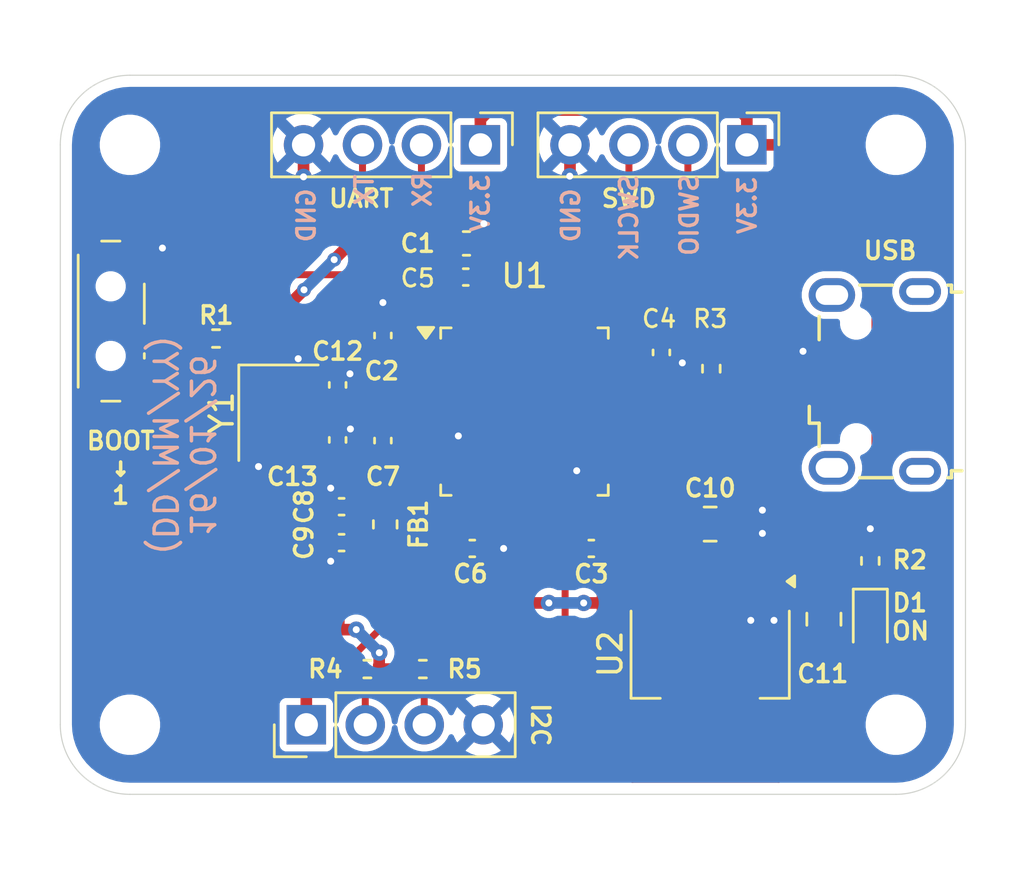
<source format=kicad_pcb>
(kicad_pcb (version 20241229) (generator "pcbnew") (generator_version "9.0")
  (layers (0 "F.Cu" signal) (2 "B.Cu" power) (13 "F.Paste" user) (15 "B.Paste" user) (5 "F.SilkS" user "F.Silkscreen") (7 "B.SilkS" user "B.Silkscreen") (1 "F.Mask" user) (3 "B.Mask" user) (25 "Edge.Cuts" user))
  (net 0 "")
  (net 1 "GND")
  (net 2 "+3.3V")
  (net 3 "/NRST")
  (net 4 "+3.3VA")
  (net 5 "VBUS")
  (net 6 "/HSE_OUT")
  (net 7 "/HSE_IN")
  (net 8 "/PWR_LED_K")
  (net 9 "/USB_D+")
  (net 10 "/USB_D-")
  (net 13 "/SWDIO")
  (net 14 "/SWCLK")
  (net 15 "/I2C_SDA")
  (net 16 "/I2C_SCL")
  (net 17 "/USART1_TX")
  (net 18 "/USART1_RX")
  (net 19 "/SW_BOOT0")
  (net 20 "/BOOT0")
  (footprint "MountingHole:MountingHole_2.2mm_M2" (layer "F.Cu") (at 203 105)
    (property "Reference" "H3")
    (property "Value" "MountingHole")
    (pad "" np_thru_hole circle (at 0 0) (size 2.2 2.2) (drill 2.2) (layers "*.Cu" "*.Mask"))
  )
  (footprint "Capacitor_SMD:C_0402_1005Metric" (layer "F.Cu") (at 179.12 95.6 180)
    (property "Reference" "C8" (at 1.62 0 90) (layer "F.SilkS") (effects (font (size 0.75 0.75))))
    (property "Value" "1u")
    (pad "1" smd roundrect (at -0.48 0 180) (size 0.56 0.62) (layers "F.Cu" "F.Mask" "F.Paste") (net 4 "+3.3VA"))
    (pad "2" smd roundrect (at 0.48 0 180) (size 0.56 0.62) (layers "F.Cu" "F.Mask" "F.Paste") (net 1 "GND"))
  )
  (footprint "Capacitor_SMD:C_0402_1005Metric" (layer "F.Cu") (at 178.95 92.72 90)
    (property "Reference" "C13" (at -1.58 -1.95 180) (layer "F.SilkS") (effects (font (size 0.75 0.75))))
    (property "Value" "10p")
    (pad "1" smd roundrect (at -0.48 0 90) (size 0.56 0.62) (layers "F.Cu" "F.Mask" "F.Paste") (net 6 "/HSE_OUT"))
    (pad "2" smd roundrect (at 0.48 0 90) (size 0.56 0.62) (layers "F.Cu" "F.Mask" "F.Paste") (net 1 "GND"))
  )
  (footprint "Resistor_SMD:R_0402_1005Metric" (layer "F.Cu") (at 201.9 97.9375 -90)
    (property "Reference" "R2" (at -0.0375 -1.7 180) (layer "F.SilkS") (effects (font (size 0.75 0.75))))
    (property "Value" "1k5")
    (pad "1" smd roundrect (at -0.509999 0 270) (size 0.54 0.64) (layers "F.Cu" "F.Mask" "F.Paste") (net 1 "GND"))
    (pad "2" smd roundrect (at 0.509999 0 270) (size 0.54 0.64) (layers "F.Cu" "F.Mask" "F.Paste") (net 8 "/PWR_LED_K"))
  )
  (footprint "Capacitor_SMD:C_0402_1005Metric" (layer "F.Cu") (at 184.75 97.4 180)
    (property "Reference" "C6" (at 0.08 -1.09 0) (layer "F.SilkS") (effects (font (size 0.75 0.75))))
    (property "Value" "100n")
    (pad "1" smd roundrect (at -0.48 0 180) (size 0.56 0.62) (layers "F.Cu" "F.Mask" "F.Paste") (net 1 "GND"))
    (pad "2" smd roundrect (at 0.48 0 180) (size 0.56 0.62) (layers "F.Cu" "F.Mask" "F.Paste") (net 3 "/NRST"))
  )
  (footprint "Capacitor_SMD:C_0805_2012Metric" (layer "F.Cu") (at 195 96.349999)
    (property "Reference" "C10" (at 0 -1.549999 180) (layer "F.SilkS") (effects (font (size 0.75 0.75))))
    (property "Value" "22u")
    (pad "1" smd roundrect (at -0.949999 0) (size 1 1.45) (layers "F.Cu" "F.Mask" "F.Paste") (net 5 "VBUS"))
    (pad "2" smd roundrect (at 0.949999 0) (size 1 1.45) (layers "F.Cu" "F.Mask" "F.Paste") (net 1 "GND"))
  )
  (footprint "Capacitor_SMD:C_0402_1005Metric" (layer "F.Cu") (at 179.12 97.15 180)
    (property "Reference" "C9" (at 1.62 0 90) (layer "F.SilkS") (effects (font (size 0.75 0.75))))
    (property "Value" "1u")
    (pad "1" smd roundrect (at -0.48 0 180) (size 0.56 0.62) (layers "F.Cu" "F.Mask" "F.Paste") (net 2 "+3.3V"))
    (pad "2" smd roundrect (at 0.48 0 180) (size 0.56 0.62) (layers "F.Cu" "F.Mask" "F.Paste") (net 1 "GND"))
  )
  (footprint "MountingHole:MountingHole_2.2mm_M2" (layer "F.Cu") (at 203 80)
    (property "Reference" "H2")
    (property "Value" "MountingHole")
    (pad "" np_thru_hole circle (at 0 0) (size 2.2 2.2) (drill 2.2) (layers "*.Cu" "*.Mask"))
  )
  (footprint "Capacitor_SMD:C_0805_2012Metric" (layer "F.Cu") (at 199.9 100.449999 90)
    (property "Reference" "C11" (at -2.350001 -0.05 0) (layer "F.SilkS") (effects (font (size 0.75 0.75))))
    (property "Value" "22u")
    (pad "1" smd roundrect (at -0.949999 0 90) (size 1 1.45) (layers "F.Cu" "F.Mask" "F.Paste") (net 2 "+3.3V"))
    (pad "2" smd roundrect (at 0.949999 0 90) (size 1 1.45) (layers "F.Cu" "F.Mask" "F.Paste") (net 1 "GND"))
  )
  (footprint "Connector_PinHeader_2.54mm:PinHeader_1x04_P2.54mm_Vertical" (layer "F.Cu") (at 177.6 105 90)
    (property "Reference" "J3")
    (property "Value" "Conn_01x04_Pin")
    (pad "1" thru_hole rect (at 0 0 90) (size 1.7 1.7) (drill 1) (layers "*.Cu" "*.Mask") (net 2 "+3.3V"))
    (pad "2" thru_hole circle (at 0 2.54 90) (size 1.7 1.7) (drill 1) (layers "*.Cu" "*.Mask") (net 16 "/I2C_SCL"))
    (pad "3" thru_hole circle (at 0 5.079999 90) (size 1.7 1.7) (drill 1) (layers "*.Cu" "*.Mask") (net 15 "/I2C_SDA"))
    (pad "4" thru_hole circle (at 0 7.62 90) (size 1.7 1.7) (drill 1) (layers "*.Cu" "*.Mask") (net 1 "GND"))
  )
  (footprint "Package_QFP:LQFP-48_7x7mm_P0.5mm" (layer "F.Cu") (at 187 91.5)
    (property "Reference" "U1" (at 0 -5.85 0) (layer "F.SilkS"))
    (property "Value" "STM32F103C8T6")
    (pad "1" smd roundrect (at -4.1625 -2.75) (size 1.475 0.3) (layers "F.Cu" "F.Mask" "F.Paste") (net 2 "+3.3V"))
    (pad "2" smd roundrect (at -4.1625 -2.25) (size 1.475 0.3) (layers "F.Cu" "F.Mask" "F.Paste"))
    (pad "3" smd roundrect (at -4.1625 -1.75) (size 1.475 0.3) (layers "F.Cu" "F.Mask" "F.Paste"))
    (pad "4" smd roundrect (at -4.1625 -1.25) (size 1.475 0.3) (layers "F.Cu" "F.Mask" "F.Paste"))
    (pad "5" smd roundrect (at -4.1625 -0.75) (size 1.475 0.3) (layers "F.Cu" "F.Mask" "F.Paste") (net 7 "/HSE_IN"))
    (pad "6" smd roundrect (at -4.1625 -0.25) (size 1.475 0.3) (layers "F.Cu" "F.Mask" "F.Paste") (net 6 "/HSE_OUT"))
    (pad "7" smd roundrect (at -4.1625 0.25) (size 1.475 0.3) (layers "F.Cu" "F.Mask" "F.Paste") (net 3 "/NRST"))
    (pad "8" smd roundrect (at -4.1625 0.75) (size 1.475 0.3) (layers "F.Cu" "F.Mask" "F.Paste") (net 1 "GND"))
    (pad "9" smd roundrect (at -4.1625 1.25) (size 1.475 0.3) (layers "F.Cu" "F.Mask" "F.Paste") (net 4 "+3.3VA"))
    (pad "10" smd roundrect (at -4.1625 1.75) (size 1.475 0.3) (layers "F.Cu" "F.Mask" "F.Paste"))
    (pad "11" smd roundrect (at -4.1625 2.25) (size 1.475 0.3) (layers "F.Cu" "F.Mask" "F.Paste"))
    (pad "12" smd roundrect (at -4.1625 2.75) (size 1.475 0.3) (layers "F.Cu" "F.Mask" "F.Paste"))
    (pad "13" smd roundrect (at -2.75 4.1625) (size 0.3 1.475) (layers "F.Cu" "F.Mask" "F.Paste"))
    (pad "14" smd roundrect (at -2.25 4.1625) (size 0.3 1.475) (layers "F.Cu" "F.Mask" "F.Paste"))
    (pad "15" smd roundrect (at -1.75 4.1625) (size 0.3 1.475) (layers "F.Cu" "F.Mask" "F.Paste"))
    (pad "16" smd roundrect (at -1.25 4.1625) (size 0.3 1.475) (layers "F.Cu" "F.Mask" "F.Paste"))
    (pad "17" smd roundrect (at -0.75 4.1625) (size 0.3 1.475) (layers "F.Cu" "F.Mask" "F.Paste"))
    (pad "18" smd roundrect (at -0.25 4.1625) (size 0.3 1.475) (layers "F.Cu" "F.Mask" "F.Paste"))
    (pad "19" smd roundrect (at 0.25 4.1625) (size 0.3 1.475) (layers "F.Cu" "F.Mask" "F.Paste"))
    (pad "20" smd roundrect (at 0.75 4.1625) (size 0.3 1.475) (layers "F.Cu" "F.Mask" "F.Paste"))
    (pad "21" smd roundrect (at 1.25 4.1625) (size 0.3 1.475) (layers "F.Cu" "F.Mask" "F.Paste") (net 16 "/I2C_SCL"))
    (pad "22" smd roundrect (at 1.75 4.1625) (size 0.3 1.475) (layers "F.Cu" "F.Mask" "F.Paste") (net 15 "/I2C_SDA"))
    (pad "23" smd roundrect (at 2.25 4.1625) (size 0.3 1.475) (layers "F.Cu" "F.Mask" "F.Paste") (net 1 "GND"))
    (pad "24" smd roundrect (at 2.75 4.1625) (size 0.3 1.475) (layers "F.Cu" "F.Mask" "F.Paste") (net 2 "+3.3V"))
    (pad "25" smd roundrect (at 4.1625 2.75) (size 1.475 0.3) (layers "F.Cu" "F.Mask" "F.Paste"))
    (pad "26" smd roundrect (at 4.1625 2.25) (size 1.475 0.3) (layers "F.Cu" "F.Mask" "F.Paste"))
    (pad "27" smd roundrect (at 4.1625 1.75) (size 1.475 0.3) (layers "F.Cu" "F.Mask" "F.Paste"))
    (pad "28" smd roundrect (at 4.1625 1.25) (size 1.475 0.3) (layers "F.Cu" "F.Mask" "F.Paste"))
    (pad "29" smd roundrect (at 4.1625 0.75) (size 1.475 0.3) (layers "F.Cu" "F.Mask" "F.Paste"))
    (pad "30" smd roundrect (at 4.1625 0.25) (size 1.475 0.3) (layers "F.Cu" "F.Mask" "F.Paste"))
    (pad "31" smd roundrect (at 4.1625 -0.25) (size 1.475 0.3) (layers "F.Cu" "F.Mask" "F.Paste"))
    (pad "32" smd roundrect (at 4.1625 -0.75) (size 1.475 0.3) (layers "F.Cu" "F.Mask" "F.Paste") (net 10 "/USB_D-"))
    (pad "33" smd roundrect (at 4.1625 -1.25) (size 1.475 0.3) (layers "F.Cu" "F.Mask" "F.Paste") (net 9 "/USB_D+"))
    (pad "34" smd roundrect (at 4.1625 -1.75) (size 1.475 0.3) (layers "F.Cu" "F.Mask" "F.Paste") (net 13 "/SWDIO"))
    (pad "35" smd roundrect (at 4.1625 -2.25) (size 1.475 0.3) (layers "F.Cu" "F.Mask" "F.Paste") (net 1 "GND"))
    (pad "36" smd roundrect (at 4.1625 -2.75) (size 1.475 0.3) (layers "F.Cu" "F.Mask" "F.Paste") (net 2 "+3.3V"))
    (pad "37" smd roundrect (at 2.75 -4.1625) (size 0.3 1.475) (layers "F.Cu" "F.Mask" "F.Paste") (net 14 "/SWCLK"))
    (pad "38" smd roundrect (at 2.25 -4.1625) (size 0.3 1.475) (layers "F.Cu" "F.Mask" "F.Paste"))
    (pad "39" smd roundrect (at 1.75 -4.1625) (size 0.3 1.475) (layers "F.Cu" "F.Mask" "F.Paste"))
    (pad "40" smd roundrect (at 1.25 -4.1625) (size 0.3 1.475) (layers "F.Cu" "F.Mask" "F.Paste"))
    (pad "41" smd roundrect (at 0.75 -4.1625) (size 0.3 1.475) (layers "F.Cu" "F.Mask" "F.Paste"))
    (pad "42" smd roundrect (at 0.25 -4.1625) (size 0.3 1.475) (layers "F.Cu" "F.Mask" "F.Paste"))
    (pad "43" smd roundrect (at -0.25 -4.1625) (size 0.3 1.475) (layers "F.Cu" "F.Mask" "F.Paste") (net 18 "/USART1_RX"))
    (pad "44" smd roundrect (at -0.75 -4.1625) (size 0.3 1.475) (layers "F.Cu" "F.Mask" "F.Paste") (net 20 "/BOOT0"))
    (pad "45" smd roundrect (at -1.25 -4.1625) (size 0.3 1.475) (layers "F.Cu" "F.Mask" "F.Paste") (net 17 "/USART1_TX"))
    (pad "46" smd roundrect (at -1.75 -4.1625) (size 0.3 1.475) (layers "F.Cu" "F.Mask" "F.Paste"))
    (pad "47" smd roundrect (at -2.25 -4.1625) (size 0.3 1.475) (layers "F.Cu" "F.Mask" "F.Paste") (net 1 "GND"))
    (pad "48" smd roundrect (at -2.75 -4.1625) (size 0.3 1.475) (layers "F.Cu" "F.Mask" "F.Paste") (net 2 "+3.3V"))
  )
  (footprint "Capacitor_SMD:C_0402_1005Metric" (layer "F.Cu") (at 192.9 88.95 -90)
    (property "Reference" "C4" (at -1.45 0.1 180) (layer "F.SilkS") (effects (font (size 0.75 0.75) (thickness 0.125))))
    (property "Value" "100n")
    (pad "1" smd roundrect (at -0.48 0 270) (size 0.56 0.62) (layers "F.Cu" "F.Mask" "F.Paste") (net 2 "+3.3V"))
    (pad "2" smd roundrect (at 0.48 0 270) (size 0.56 0.62) (layers "F.Cu" "F.Mask" "F.Paste") (net 1 "GND"))
  )
  (footprint "MountingHole:MountingHole_2.2mm_M2" (layer "F.Cu") (at 170 80)
    (property "Reference" "H1")
    (property "Value" "MountingHole")
    (pad "" np_thru_hole circle (at 0 0) (size 2.2 2.2) (drill 2.2) (layers "*.Cu" "*.Mask"))
  )
  (footprint "Resistor_SMD:R_0402_1005Metric" (layer "F.Cu") (at 180.230002 102.6)
    (property "Reference" "R4" (at -1.81 0 0) (layer "F.SilkS") (effects (font (size 0.75 0.75))))
    (property "Value" "1k5")
    (pad "1" smd roundrect (at -0.509999 0) (size 0.54 0.64) (layers "F.Cu" "F.Mask" "F.Paste") (net 16 "/I2C_SCL"))
    (pad "2" smd roundrect (at 0.509999 0) (size 0.54 0.64) (layers "F.Cu" "F.Mask" "F.Paste") (net 2 "+3.3V"))
  )
  (footprint "Resistor_SMD:R_0402_1005Metric" (layer "F.Cu") (at 182.620002 102.6 180)
    (property "Reference" "R5" (at -1.8 0 0) (layer "F.SilkS") (effects (font (size 0.75 0.75))))
    (property "Value" "1k5")
    (pad "1" smd roundrect (at -0.509999 0 180) (size 0.54 0.64) (layers "F.Cu" "F.Mask" "F.Paste") (net 15 "/I2C_SDA"))
    (pad "2" smd roundrect (at 0.509999 0 180) (size 0.54 0.64) (layers "F.Cu" "F.Mask" "F.Paste") (net 2 "+3.3V"))
  )
  (footprint "Capacitor_SMD:C_0402_1005Metric" (layer "F.Cu") (at 184.47 85.7)
    (property "Reference" "C5" (at -2.07 0.05 180) (layer "F.SilkS") (effects (font (size 0.75 0.75) (thickness 0.125))))
    (property "Value" "100n")
    (pad "1" smd roundrect (at -0.48 0) (size 0.56 0.62) (layers "F.Cu" "F.Mask" "F.Paste") (net 2 "+3.3V"))
    (pad "2" smd roundrect (at 0.48 0) (size 0.56 0.62) (layers "F.Cu" "F.Mask" "F.Paste") (net 1 "GND"))
  )
  (footprint "Button_Switch_SMD:SW_SPDT_PCM12" (layer "F.Cu") (at 169.5 87.6 -90)
    (property "Reference" "SW1")
    (property "Value" "SW_SPDT")
    (pad "" smd rect (at -3.65 -0.78 270) (size 1 0.8) (layers "F.Cu" "F.Mask" "F.Paste"))
    (pad "" smd rect (at -3.65 1.43 270) (size 1 0.8) (layers "F.Cu" "F.Mask" "F.Paste"))
    (pad "" np_thru_hole circle (at -1.5 0.33 270) (size 0.9 0.9) (drill 0.9) (layers "*.Cu" "*.Mask"))
    (pad "" np_thru_hole circle (at 1.5 0.33 270) (size 0.9 0.9) (drill 0.9) (layers "*.Cu" "*.Mask"))
    (pad "" smd rect (at 3.65 -0.78 270) (size 1 0.8) (layers "F.Cu" "F.Mask" "F.Paste"))
    (pad "" smd rect (at 3.65 1.43 270) (size 1 0.8) (layers "F.Cu" "F.Mask" "F.Paste"))
    (pad "1" smd rect (at -2.25 -1.43 270) (size 0.7 1.5) (layers "F.Cu" "F.Mask" "F.Paste") (net 1 "GND"))
    (pad "2" smd rect (at 0.75 -1.43 270) (size 0.7 1.5) (layers "F.Cu" "F.Mask" "F.Paste") (net 19 "/SW_BOOT0"))
    (pad "3" smd rect (at 2.25 -1.43 270) (size 0.7 1.5) (layers "F.Cu" "F.Mask" "F.Paste") (net 2 "+3.3V"))
  )
  (footprint "Connector_PinHeader_2.54mm:PinHeader_1x04_P2.54mm_Vertical" (layer "F.Cu") (at 196.579999 80 -90)
    (property "Reference" "J2")
    (property "Value" "Conn_01x04_Pin")
    (pad "1" thru_hole rect (at 0 0 270) (size 1.7 1.7) (drill 1) (layers "*.Cu" "*.Mask") (net 2 "+3.3V"))
    (pad "2" thru_hole circle (at 0 2.54 270) (size 1.7 1.7) (drill 1) (layers "*.Cu" "*.Mask") (net 13 "/SWDIO"))
    (pad "3" thru_hole circle (at 0 5.079999 270) (size 1.7 1.7) (drill 1) (layers "*.Cu" "*.Mask") (net 14 "/SWCLK"))
    (pad "4" thru_hole circle (at 0 7.62 270) (size 1.7 1.7) (drill 1) (layers "*.Cu" "*.Mask") (net 1 "GND"))
  )
  (footprint "Resistor_SMD:R_0402_1005Metric" (layer "F.Cu") (at 195.05 89.65 90)
    (property "Reference" "R3" (at 2.15 -0.05 180) (layer "F.SilkS") (effects (font (size 0.75 0.75) (thickness 0.125))))
    (property "Value" "1k5")
    (pad "1" smd roundrect (at -0.509999 0 90) (size 0.54 0.64) (layers "F.Cu" "F.Mask" "F.Paste") (net 9 "/USB_D+"))
    (pad "2" smd roundrect (at 0.509999 0 90) (size 0.54 0.64) (layers "F.Cu" "F.Mask" "F.Paste") (net 2 "+3.3V"))
  )
  (footprint "Capacitor_SMD:C_0402_1005Metric" (layer "F.Cu") (at 189.88 97.4 180)
    (property "Reference" "C3" (at 0 -1.1 0) (layer "F.SilkS") (effects (font (size 0.75 0.75))))
    (property "Value" "100n")
    (pad "1" smd roundrect (at -0.48 0 180) (size 0.56 0.62) (layers "F.Cu" "F.Mask" "F.Paste") (net 2 "+3.3V"))
    (pad "2" smd roundrect (at 0.48 0 180) (size 0.56 0.62) (layers "F.Cu" "F.Mask" "F.Paste") (net 1 "GND"))
  )
  (footprint "Capacitor_SMD:C_0402_1005Metric" (layer "F.Cu") (at 180.9 92.75 90)
    (property "Reference" "C7" (at -1.55 0 180) (layer "F.SilkS") (effects (font (size 0.75 0.75))))
    (property "Value" "10n")
    (pad "1" smd roundrect (at -0.48 0 90) (size 0.56 0.62) (layers "F.Cu" "F.Mask" "F.Paste") (net 4 "+3.3VA"))
    (pad "2" smd roundrect (at 0.48 0 90) (size 0.56 0.62) (layers "F.Cu" "F.Mask" "F.Paste") (net 1 "GND"))
  )
  (footprint "MountingHole:MountingHole_2.2mm_M2" (layer "F.Cu") (at 170 105)
    (property "Reference" "H4")
    (property "Value" "MountingHole")
    (pad "" np_thru_hole circle (at 0 0) (size 2.2 2.2) (drill 2.2) (layers "*.Cu" "*.Mask"))
  )
  (footprint "Inductor_SMD:L_0603_1608Metric" (layer "F.Cu") (at 181 96.362499 -90)
    (property "Reference" "FB1" (at 0 -1.43 90) (layer "F.SilkS") (effects (font (size 0.75 0.75))))
    (property "Value" "120R@100MHz")
    (pad "1" smd roundrect (at -0.787501 0 270) (size 0.875 0.95) (layers "F.Cu" "F.Mask" "F.Paste") (net 4 "+3.3VA"))
    (pad "2" smd roundrect (at 0.787501 0 270) (size 0.875 0.95) (layers "F.Cu" "F.Mask" "F.Paste") (net 2 "+3.3V"))
  )
  (footprint "Capacitor_SMD:C_0603_1608Metric" (layer "F.Cu") (at 184.5 84.25)
    (property "Reference" "C1" (at -2.1 0 180) (layer "F.SilkS") (effects (font (size 0.75 0.75))))
    (property "Value" "10u")
    (pad "1" smd roundrect (at -0.775 0) (size 0.9 0.95) (layers "F.Cu" "F.Mask" "F.Paste") (net 2 "+3.3V"))
    (pad "2" smd roundrect (at 0.775 0) (size 0.9 0.95) (layers "F.Cu" "F.Mask" "F.Paste") (net 1 "GND"))
  )
  (footprint "Resistor_SMD:R_0402_1005Metric" (layer "F.Cu") (at 173.71 88.35)
    (property "Reference" "R1" (at 0.01 -1 0) (layer "F.SilkS") (effects (font (size 0.75 0.75))))
    (property "Value" "10k")
    (pad "1" smd roundrect (at -0.51 0) (size 0.54 0.64) (layers "F.Cu" "F.Mask" "F.Paste") (net 19 "/SW_BOOT0"))
    (pad "2" smd roundrect (at 0.51 0) (size 0.54 0.64) (layers "F.Cu" "F.Mask" "F.Paste") (net 20 "/BOOT0"))
  )
  (footprint "Capacitor_SMD:C_0402_1005Metric" (layer "F.Cu") (at 180.9 88.22 90)
    (property "Reference" "C2" (at -1.53 -0.05 180) (layer "F.SilkS") (effects (font (size 0.75 0.75))))
    (property "Value" "100n")
    (pad "1" smd roundrect (at -0.48 0 90) (size 0.56 0.62) (layers "F.Cu" "F.Mask" "F.Paste") (net 2 "+3.3V"))
    (pad "2" smd roundrect (at 0.48 0 90) (size 0.56 0.62) (layers "F.Cu" "F.Mask" "F.Paste") (net 1 "GND"))
  )
  (footprint "Connector_PinHeader_2.54mm:PinHeader_1x04_P2.54mm_Vertical" (layer "F.Cu") (at 185.1 80 -90)
    (property "Reference" "J4")
    (property "Value" "Conn_01x04_Pin")
    (pad "1" thru_hole rect (at 0 0 270) (size 1.7 1.7) (drill 1) (layers "*.Cu" "*.Mask") (net 2 "+3.3V"))
    (pad "2" thru_hole circle (at 0 2.54 270) (size 1.7 1.7) (drill 1) (layers "*.Cu" "*.Mask") (net 18 "/USART1_RX"))
    (pad "3" thru_hole circle (at 0 5.079999 270) (size 1.7 1.7) (drill 1) (layers "*.Cu" "*.Mask") (net 17 "/USART1_TX"))
    (pad "4" thru_hole circle (at 0 7.62 270) (size 1.7 1.7) (drill 1) (layers "*.Cu" "*.Mask") (net 1 "GND"))
  )
  (footprint "Package_TO_SOT_SMD:SOT-223-3_TabPin2" (layer "F.Cu") (at 195 101.949999 -90)
    (property "Reference" "U2" (at 0 4.3 90) (layer "F.SilkS"))
    (property "Value" "AMS1117-3.3")
    (pad "1" smd roundrect (at -3.15 -2.3 270) (size 2 1.5) (layers "F.Cu" "F.Mask" "F.Paste") (net 1 "GND"))
    (pad "2" smd roundrect (at -3.15 0 270) (size 2 1.5) (layers "F.Cu" "F.Mask" "F.Paste") (net 2 "+3.3V"))
    (pad "2" smd roundrect (at 3.15 0 270) (size 2 3.8) (layers "F.Cu" "F.Mask" "F.Paste") (net 2 "+3.3V"))
    (pad "3" smd roundrect (at -3.15 2.3 270) (size 2 1.5) (layers "F.Cu" "F.Mask" "F.Paste") (net 5 "VBUS"))
  )
  (footprint "LED_SMD:LED_0603_1608Metric" (layer "F.Cu") (at 201.9 100.6375 -90)
    (property "Reference" "D1" (at -0.8875 -1.7 180) (layer "F.SilkS") (effects (font (size 0.75 0.75))))
    (property "Value" "RED")
    (pad "1" smd roundrect (at -0.787501 0 270) (size 0.875 0.95) (layers "F.Cu" "F.Mask" "F.Paste") (net 8 "/PWR_LED_K"))
    (pad "2" smd roundrect (at 0.787501 0 270) (size 0.875 0.95) (layers "F.Cu" "F.Mask" "F.Paste") (net 2 "+3.3V"))
  )
  (footprint "Crystal:Crystal_SMD_3225-4Pin_3.2x2.5mm" (layer "F.Cu") (at 176.4 91.55 -90)
    (property "Reference" "Y1" (at 0 2.45 270) (layer "F.SilkS"))
    (property "Value" "16MHz")
    (pad "1" smd roundrect (at -1.1 0.85 270) (size 1.4 1.2) (layers "F.Cu" "F.Mask" "F.Paste") (roundrect_rratio 0.208333) (net 7 "/HSE_IN"))
    (pad "2" smd roundrect (at 1.1 0.85 270) (size 1.4 1.2) (layers "F.Cu" "F.Mask" "F.Paste") (roundrect_rratio 0.208333) (net 1 "GND"))
    (pad "3" smd roundrect (at 1.1 -0.85 270) (size 1.4 1.2) (layers "F.Cu" "F.Mask" "F.Paste") (roundrect_rratio 0.208333) (net 6 "/HSE_OUT"))
    (pad "4" smd roundrect (at -1.1 -0.85 270) (size 1.4 1.2) (layers "F.Cu" "F.Mask" "F.Paste") (roundrect_rratio 0.208333) (net 1 "GND"))
  )
  (footprint "Connector_USB:USB_Micro-B_Wuerth_629105150521" (layer "F.Cu") (at 202.095001 90.2 90)
    (property "Reference" "J1")
    (property "Value" "USB_B_Micro")
    (pad "" np_thru_hole oval (at -2.5 -0.8 90) (size 0.8 0.8) (drill 0.8) (layers "*.Cu" "*.Mask"))
    (pad "" np_thru_hole oval (at 2.5 -0.8 90) (size 0.8 0.8) (drill 0.8) (layers "*.Cu" "*.Mask"))
    (pad "1" smd rect (at -1.3 -1.9 90) (size 0.45 1.3) (layers "F.Cu" "F.Mask" "F.Paste") (net 5 "VBUS"))
    (pad "2" smd rect (at -0.65 -1.9 90) (size 0.45 1.3) (layers "F.Cu" "F.Mask" "F.Paste") (net 10 "/USB_D-"))
    (pad "3" smd rect (at 0 -1.9 90) (size 0.45 1.3) (layers "F.Cu" "F.Mask" "F.Paste") (net 9 "/USB_D+"))
    (pad "4" smd rect (at 0.65 -1.9 90) (size 0.45 1.3) (layers "F.Cu" "F.Mask" "F.Paste"))
    (pad "5" smd rect (at 1.3 -1.9 90) (size 0.45 1.3) (layers "F.Cu" "F.Mask" "F.Paste") (net 1 "GND"))
    (pad "6" thru_hole oval (at -3.875 1.95 90) (size 1.15 1.8) (drill oval 0.55 1.2) (property pad_prop_heatsink) (layers "*.Cu" "*.Mask"))
    (pad "6" thru_hole oval (at -3.725 -1.85 90) (size 1.45 2) (drill oval 0.85 1.4) (property pad_prop_heatsink) (layers "*.Cu" "*.Mask"))
    (pad "6" thru_hole oval (at 3.725 -1.85 90) (size 1.45 2) (drill oval 0.85 1.4) (property pad_prop_heatsink) (layers "*.Cu" "*.Mask"))
    (pad "6" thru_hole oval (at 3.875 1.95 90) (size 1.15 1.8) (drill oval 0.55 1.2) (property pad_prop_heatsink) (layers "*.Cu" "*.Mask"))
  )
  (footprint "Capacitor_SMD:C_0402_1005Metric" (layer "F.Cu") (at 178.95 90.35 90)
    (property "Reference" "C12" (at 1.45 0 0) (layer "F.SilkS") (effects (font (size 0.75 0.75))))
    (property "Value" "10p")
    (pad "1" smd roundrect (at -0.48 0 90) (size 0.56 0.62) (layers "F.Cu" "F.Mask" "F.Paste") (net 7 "/HSE_IN"))
    (pad "2" smd roundrect (at 0.48 0 90) (size 0.56 0.62) (layers "F.Cu" "F.Mask" "F.Paste") (net 1 "GND"))
  )
  (gr_line (start 167 80) (end 167 105) (stroke (width 0.05)) (layer "Edge.Cuts"))
  (gr_arc (start 170 108) (mid 167.87868 107.12132) (end 167 105) (stroke (width 0.05)) (layer "Edge.Cuts"))
  (gr_line (start 170 108) (end 203 108) (stroke (width 0.05)) (layer "Edge.Cuts"))
  (gr_line (start 170 77) (end 203 77) (stroke (width 0.05)) (layer "Edge.Cuts"))
  (gr_arc (start 206 105) (mid 205.12132 107.12132) (end 203 108) (stroke (width 0.05)) (layer "Edge.Cuts"))
  (gr_arc (start 203 77) (mid 205.12132 77.87868) (end 206 80) (stroke (width 0.05)) (layer "Edge.Cuts"))
  (gr_arc (start 167 80) (mid 167.87868 77.87868) (end 170 77) (stroke (width 0.05)) (layer "Edge.Cuts"))
  (gr_line (start 206 105) (end 206 80) (stroke (width 0.05)) (layer "Edge.Cuts"))
  (gr_text "BOOT" (at 169.6 93.2 0) (layer "F.SilkS") (effects (font (size 0.75 0.75) (thickness 0.15) (bold yes)) (justify bottom)))
  (gr_text "ON" (at 202.75 101.4 0) (layer "F.SilkS") (effects (font (size 0.75 0.75) (thickness 0.15) (bold yes)) (justify left bottom)))
  (gr_text "USB" (at 202.75 85 0) (layer "F.SilkS") (effects (font (size 0.75 0.75) (thickness 0.15) (bold yes)) (justify bottom)))
  (gr_text "↓\n1" (at 169.6 95.55 0) (layer "F.SilkS") (effects (font (size 0.75 0.75) (thickness 0.15) (bold yes)) (justify bottom)))
  (gr_text "UART" (at 179.965 82.75 0) (layer "F.SilkS") (effects (font (size 0.75 0.75) (thickness 0.15) (bold yes)) (justify bottom)))
  (gr_text "I2C" (at 187.25 105 270) (layer "F.SilkS") (effects (font (size 0.75 0.75) (thickness 0.15) (bold yes)) (justify bottom)))
  (gr_text "SWD" (at 191.5 82.75 0) (layer "F.SilkS") (effects (font (size 0.75 0.75) (thickness 0.15) (bold yes)) (justify bottom)))
  (gr_text "GND\n" (at 189 81.8 90) (layer "B.SilkS") (effects (font (size 0.75 0.75) (thickness 0.15) (bold yes)) (justify left mirror)))
  (gr_text "SWCLK" (at 191.5 81.2 90) (layer "B.SilkS") (effects (font (size 0.75 0.75) (thickness 0.15) (bold yes)) (justify left mirror)))
  (gr_text "16/01/26\n(DD/MM/YY)" (at 172.3 92.95 270) (layer "B.SilkS") (effects (font (size 1 1) (thickness 0.15) (bold yes)) (justify mirror)))
  (gr_text "TX" (at 180.1 81.2 90) (layer "B.SilkS") (effects (font (size 0.75 0.75) (thickness 0.15) (bold yes)) (justify left mirror)))
  (gr_text "SWDIO" (at 194.1 81.2 90) (layer "B.SilkS") (effects (font (size 0.75 0.75) (thickness 0.15) (bold yes)) (justify left mirror)))
  (gr_text "3.3V" (at 196.6 81.3 90) (layer "B.SilkS") (effects (font (size 0.75 0.75) (thickness 0.15) (bold yes)) (justify left mirror)))
  (gr_text "GND\n" (at 177.6 81.8 90) (layer "B.SilkS") (effects (font (size 0.75 0.75) (thickness 0.15) (bold yes)) (justify left mirror)))
  (gr_text "3.3V" (at 185.1 81.2 90) (layer "B.SilkS") (effects (font (size 0.75 0.75) (thickness 0.15) (bold yes)) (justify left mirror)))
  (gr_text "RX" (at 182.6 81.1 90) (layer "B.SilkS") (effects (font (size 0.75 0.75) (thickness 0.15) (bold yes)) (justify left mirror)))
  (segment (start 189.25 97.36) (end 189.29 97.4) (width 0.3) (layer "F.Cu") (net 1))
  (segment (start 175.55 92.65) (end 175.55 93.86) (width 0.5) (layer "F.Cu") (net 1))
  (segment (start 184.95 85.3) (end 184.95 85.7) (width 0.5) (layer "F.Cu") (net 1))
  (segment (start 178.95 92.24) (end 179.49 92.24) (width 0.5) (layer "F.Cu") (net 1))
  (segment (start 171.4 84.88) (end 170.93 85.35) (width 0.5) (layer "F.Cu") (net 1))
  (segment (start 184.75 86.45) (end 184.95 86.25) (width 0.3) (layer "F.Cu") (net 1))
  (segment (start 182.8375 92.25) (end 180.92 92.25) (width 0.3) (layer "F.Cu") (net 1))
  (segment (start 184.95 86.25) (end 184.95 85.7) (width 0.3) (layer "F.Cu") (net 1))
  (segment (start 175.55 93.86) (end 175.54 93.87) (width 0.5) (layer "F.Cu") (net 1))
  (segment (start 201.9 97.427501) (end 201.9 96.55) (width 0.5) (layer "F.Cu") (net 1))
  (segment (start 180.9 87.74) (end 180.9 86.8) (width 0.5) (layer "F.Cu") (net 1))
  (segment (start 193.77 89.43) (end 193.8 89.4) (width 0.3) (layer "F.Cu") (net 1))
  (segment (start 192.1 89.25) (end 192.28 89.43) (width 0.3) (layer "F.Cu") (net 1))
  (segment (start 185.275 84.25) (end 185.275 83.425) (width 0.5) (layer "F.Cu") (net 1))
  (segment (start 189.25 95.6625) (end 189.25 97.36) (width 0.3) (layer "F.Cu") (net 1))
  (segment (start 171.4 84.45) (end 171.4 84.88) (width 0.5) (layer "F.Cu") (net 1))
  (segment (start 192.9 89.43) (end 193.77 89.43) (width 0.5) (layer "F.Cu") (net 1))
  (segment (start 182.8375 92.25) (end 183.85 92.25) (width 0.3) (layer "F.Cu") (net 1))
  (segment (start 178.64 97.94) (end 178.65 97.95) (width 0.5) (layer "F.Cu") (net 1))
  (segment (start 188.959999 81.340001) (end 188.95 81.35) (width 0.5) (layer "F.Cu") (net 1))
  (segment (start 185.23 97.4) (end 186.1 97.4) (width 0.5) (layer "F.Cu") (net 1))
  (segment (start 178.64 97.15) (end 178.64 97.94) (width 0.5) (layer "F.Cu") (net 1))
  (segment (start 191.1625 89.25) (end 192.1 89.25) (width 0.3) (layer "F.Cu") (net 1))
  (segment (start 179.49 92.24) (end 179.5 92.25) (width 0.5) (layer "F.Cu") (net 1))
  (segment (start 185.275 84.25) (end 185.275 84.975) (width 0.5) (layer "F.Cu") (net 1))
  (segment (start 185.275 84.975) (end 184.95 85.3) (width 0.5) (layer "F.Cu") (net 1))
  (segment (start 192.28 89.43) (end 192.9 89.43) (width 0.3) (layer "F.Cu") (net 1))
  (segment (start 180.92 92.25) (end 180.9 92.27) (width 0.3) (layer "F.Cu") (net 1))
  (segment (start 189.25 94.05) (end 189.25 95.6625) (width 0.3) (layer "F.Cu") (net 1))
  (segment (start 178.64 94.81) (end 178.65 94.8) (width 0.5) (layer "F.Cu") (net 1))
  (segment (start 188.959999 80) (end 188.959999 81.340001) (width 0.5) (layer "F.Cu") (net 1))
  (segment (start 177.48 80) (end 177.48 81.38) (width 0.5) (layer "F.Cu") (net 1))
  (segment (start 177.25 90.45) (end 177.25 89.22) (width 0.5) (layer "F.Cu") (net 1))
  (segment (start 185.275 83.425) (end 185.25 83.4) (width 0.5) (layer "F.Cu") (net 1))
  (segment (start 183.85 92.25) (end 184.15 92.55) (width 0.3) (layer "F.Cu") (net 1))
  (segment (start 179.48 89.87) (end 178.95 89.87) (width 0.5) (layer "F.Cu") (net 1))
  (segment (start 184.75 87.3375) (end 184.75 86.45) (width 0.3) (layer "F.Cu") (net 1))
  (segment (start 200.195001 88.9) (end 199 88.9) (width 0.3) (layer "F.Cu") (net 1))
  (segment (start 178.64 95.6) (end 178.64 94.81) (width 0.5) (layer "F.Cu") (net 1))
  (via (at 197.75 100.5) (size 0.7) (drill 0.3) (layers "F.Cu" "B.Cu") (net 1))
  (via (at 180.9 86.8) (size 0.7) (drill 0.3) (layers "F.Cu" "B.Cu") (net 1))
  (via (at 197.25 95.75) (size 0.7) (drill 0.3) (layers "F.Cu" "B.Cu") (net 1))
  (via (at 193.8 89.4) (size 0.6) (drill 0.3) (layers "F.Cu" "B.Cu") (net 1))
  (via (at 175.54 93.87) (size 0.6) (drill 0.3) (layers "F.Cu" "B.Cu") (net 1))
  (via (at 178.65 94.8) (size 0.6) (drill 0.3) (layers "F.Cu" "B.Cu") (net 1))
  (via (at 186.1 97.4) (size 0.7) (drill 0.3) (layers "F.Cu" "B.Cu") (net 1))
  (via (at 177.25 89.22) (size 0.6) (drill 0.3) (layers "F.Cu" "B.Cu") (net 1))
  (via (at 199 88.9) (size 0.6) (drill 0.3) (layers "F.Cu" "B.Cu") (net 1))
  (via (at 185.25 83.4) (size 0.6) (drill 0.3) (layers "F.Cu" "B.Cu") (net 1))
  (via (at 197.25 96.75) (size 0.7) (drill 0.3) (layers "F.Cu" "B.Cu") (net 1))
  (via (at 171.4 84.45) (size 0.7) (drill 0.3) (layers "F.Cu" "B.Cu") (net 1))
  (via (at 196.75 100.5) (size 0.7) (drill 0.3) (layers "F.Cu" "B.Cu") (net 1))
  (via (at 201.9 96.55) (size 0.6) (drill 0.3) (layers "F.Cu" "B.Cu") (net 1))
  (via (at 177.48 81.38) (size 0.7) (drill 0.3) (layers "F.Cu" "B.Cu") (net 1))
  (via (at 179.5 92.25) (size 0.7) (drill 0.3) (layers "F.Cu" "B.Cu") (net 1))
  (via (at 189.25 94.05) (size 0.7) (drill 0.3) (layers "F.Cu" "B.Cu") (net 1))
  (via (at 188.95 81.35) (size 0.7) (drill 0.3) (layers "F.Cu" "B.Cu") (net 1))
  (via (at 179.48 89.87) (size 0.7) (drill 0.3) (layers "F.Cu" "B.Cu") (net 1))
  (via (at 184.15 92.55) (size 0.7) (drill 0.3) (layers "F.Cu" "B.Cu") (net 1))
  (via (at 178.65 97.95) (size 0.6) (drill 0.3) (layers "F.Cu" "B.Cu") (net 1))
  (segment (start 192.05 88.75) (end 192.33 88.47) (width 0.3) (layer "F.Cu") (net 2))
  (segment (start 201.874997 101.399998) (end 201.9 101.425001) (width 0.5) (layer "F.Cu") (net 2))
  (segment (start 175.55 100.9) (end 173.3 98.65) (width 0.5) (layer "F.Cu") (net 2))
  (segment (start 201.05 102.25) (end 199.3 104) (width 0.5) (layer "F.Cu") (net 2))
  (segment (start 175.5 88.25) (end 177.5 86.25) (width 0.5) (layer "F.Cu") (net 2))
  (segment (start 177.6 100.9) (end 175.55 100.9) (width 0.5) (layer "F.Cu") (net 2))
  (segment (start 175.5 88.25) (end 180.140001 88.25) (width 0.5) (layer "F.Cu") (net 2))
  (segment (start 185.1 78.9) (end 185.1 80) (width 0.5) (layer "F.Cu") (net 2))
  (segment (start 180.740001 102.6) (end 182.110003 102.6) (width 0.5) (layer "F.Cu") (net 2))
  (segment (start 203.4 101.5) (end 203.4 95.7) (width 0.5) (layer "F.Cu") (net 2))
  (segment (start 179.5 84.25) (end 183.725 84.25) (width 0.5) (layer "F.Cu") (net 2))
  (segment (start 201.05 102.25) (end 202.65 102.25) (width 0.5) (layer "F.Cu") (net 2))
  (segment (start 189.55 99.75) (end 190.36 99.75) (width 0.5) (layer "F.Cu") (net 2))
  (segment (start 183.99 86.19) (end 183.99 85.7) (width 0.3) (layer "F.Cu") (net 2))
  (segment (start 183.190004 101.2) (end 182.110003 102.280001) (width 0.5) (layer "F.Cu") (net 2))
  (segment (start 183.725 84.975) (end 183.99 85.24) (width 0.5) (layer "F.Cu") (net 2))
  (segment (start 182.8375 88.75) (end 180.95 88.75) (width 0.3) (layer "F.Cu") (net 2))
  (segment (start 201.05 101.399998) (end 201.874997 101.399998) (width 0.5) (layer "F.Cu") (net 2))
  (segment (start 189.75 95.6625) (end 189.75 96.45) (width 0.3) (layer "F.Cu") (net 2))
  (segment (start 180.95 88.75) (end 180.9 88.7) (width 0.3) (layer "F.Cu") (net 2))
  (segment (start 192.33 88.47) (end 192.9 88.47) (width 0.3) (layer "F.Cu") (net 2))
  (segment (start 185.86005 101.2) (end 183.190004 101.2) (width 0.5) (layer "F.Cu") (net 2))
  (segment (start 190.36 105.96) (end 190.36 97.4) (width 0.5) (layer "F.Cu") (net 2))
  (segment (start 202.2 83.85) (end 200.4 82.05) (width 0.5) (layer "F.Cu") (net 2))
  (segment (start 193.98 88.47) (end 192.9 88.47) (width 0.5) (layer "F.Cu") (net 2))
  (segment (start 180.740001 101.899949) (end 180.744975 101.894975) (width 0.5) (layer "F.Cu") (net 2))
  (segment (start 183.99 85.24) (end 183.99 85.7) (width 0.5) (layer "F.Cu") (net 2))
  (segment (start 173.3 90.45) (end 175.5 88.25) (width 0.5) (layer "F.Cu") (net 2))
  (segment (start 172.7 89.85) (end 170.93 89.85) (width 0.5) (layer "F.Cu") (net 2))
  (segment (start 184.25 87.3375) (end 184.25 86.45) (width 0.3) (layer "F.Cu") (net 2))
  (segment (start 182.110003 102.280001) (end 182.110003 102.6) (width 0.5) (layer "F.Cu") (net 2))
  (segment (start 180.140001 88.25) (end 180.590001 88.7) (width 0.5) (layer "F.Cu") (net 2))
  (segment (start 202.2 94.5) (end 202.2 83.85) (width 0.5) (layer "F.Cu") (net 2))
  (segment (start 196.25 78.5) (end 185.5 78.5) (width 0.5) (layer "F.Cu") (net 2))
  (segment (start 196.579999 78.829999) (end 196.25 78.5) (width 0.5) (layer "F.Cu") (net 2))
  (segment (start 200.4 82.05) (end 198.35 80) (width 0.5) (layer "F.Cu") (net 2))
  (segment (start 195.05 87.4) (end 195.05 89.140001) (width 0.5) (layer "F.Cu") (net 2))
  (segment (start 199.3 105.9) (end 197.951 107.249) (width 0.5) (layer "F.Cu") (net 2))
  (segment (start 198.35 80) (end 196.579999 80) (width 0.5) (layer "F.Cu") (net 2))
  (segment (start 191.1625 88.75) (end 192.05 88.75) (width 0.3) (layer "F.Cu") (net 2))
  (segment (start 197.951 107.249) (end 191.649 107.249) (width 0.5) (layer "F.Cu") (net 2))
  (segment (start 179 99.8) (end 181 97.8) (width 0.5) (layer "F.Cu") (net 2))
  (segment (start 179.75 100.9) (end 179 100.9) (width 0.5) (layer "F.Cu") (net 2))
  (segment (start 183.725 84.25) (end 183.725 84.975) (width 0.5) (layer "F.Cu") (net 2))
  (segment (start 179 100.9) (end 179 99.8) (width 0.5) (layer "F.Cu") (net 2))
  (segment (start 173.3 98.65) (end 173.3 90.45) (width 0.5) (layer "F.Cu") (net 2))
  (segment (start 203.4 95.7) (end 202.2 94.5) (width 0.5) (layer "F.Cu") (net 2))
  (segment (start 199.9 101.399998) (end 201.05 101.399998) (width 0.5) (layer "F.Cu") (net 2))
  (segment (start 195.05 87.4) (end 193.98 88.47) (width 0.5) (layer "F.Cu") (net 2))
  (segment (start 196.579999 80) (end 196.579999 78.829999) (width 0.5) (layer "F.Cu") (net 2))
  (segment (start 177.6 100.9) (end 177.6 105) (width 0.5) (layer "F.Cu") (net 2))
  (segment (start 202.65 102.25) (end 203.4 101.5) (width 0.5) (layer "F.Cu") (net 2))
  (segment (start 181 97.15) (end 179.6 97.15) (width 0.5) (layer "F.Cu") (net 2))
  (segment (start 180.740001 102.6) (end 180.740001 101.899949) (width 0.5) (layer "F.Cu") (net 2))
  (segment (start 173.3 90.45) (end 172.7 89.85) (width 0.5) (layer "F.Cu") (net 2))
  (segment (start 178.8 84.95) (end 179.5 84.25) (width 0.5) (layer "F.Cu") (net 2))
  (segment (start 200.4 82.05) (end 195.05 87.4) (width 0.5) (layer "F.Cu") (net 2))
  (segment (start 188.05 99.75) (end 187.31005 99.75) (width 0.5) (layer "F.Cu") (net 2))
  (segment (start 181 97.8) (end 181 97.15) (width 0.5) (layer "F.Cu") (net 2))
  (segment (start 189.75 96.45) (end 190.25 96.95) (width 0.3) (layer "F.Cu") (net 2))
  (segment (start 179 100.9) (end 177.6 100.9) (width 0.5) (layer "F.Cu") (net 2))
  (segment (start 185.5 78.5) (end 185.1 78.9) (width 0.5) (layer "F.Cu") (net 2))
  (segment (start 180.590001 88.7) (end 180.9 88.7) (width 0.5) (layer "F.Cu") (net 2))
  (segment (start 191.649 107.249) (end 190.36 105.96) (width 0.5) (layer "F.Cu") (net 2))
  (segment (start 187.31005 99.75) (end 185.86005 101.2) (width 0.5) (layer "F.Cu") (net 2))
  (segment (start 199.3 104) (end 199.3 105.9) (width 0.5) (layer "F.Cu") (net 2))
  (segment (start 184.25 86.45) (end 183.99 86.19) (width 0.3) (layer "F.Cu") (net 2))
  (segment (start 201.05 101.399998) (end 201.05 102.25) (width 0.5) (layer "F.Cu") (net 2))
  (segment (start 190.25 96.95) (end 190.25 97.4) (width 0.3) (layer "F.Cu") (net 2))
  (via (at 178.8 84.95) (size 0.6) (drill 0.3) (layers "F.Cu" "B.Cu") (net 2))
  (via (at 180.744975 101.894975) (size 0.7) (drill 0.3) (layers "F.Cu" "B.Cu") (net 2))
  (via (at 189.55 99.75) (size 0.7) (drill 0.3) (layers "F.Cu" "B.Cu") (net 2))
  (via (at 179.75 100.9) (size 0.7) (drill 0.3) (layers "F.Cu" "B.Cu") (net 2))
  (via (at 188.05 99.75) (size 0.7) (drill 0.3) (layers "F.Cu" "B.Cu") (net 2))
  (via (at 177.5 86.25) (size 0.6) (drill 0.3) (layers "F.Cu" "B.Cu") (net 2))
  (segment (start 180.744975 101.894975) (end 179.75 100.9) (width 0.5) (layer "B.Cu") (net 2))
  (segment (start 177.5 86.25) (end 178.8 84.95) (width 0.5) (layer "B.Cu") (net 2))
  (segment (start 188.05 99.75) (end 189.55 99.75) (width 0.5) (layer "B.Cu") (net 2))
  (segment (start 182.8375 91.75) (end 184.35 91.75) (width 0.3) (layer "F.Cu") (net 3))
  (segment (start 183.2 95.25) (end 183.2 96.85) (width 0.3) (layer "F.Cu") (net 3))
  (segment (start 185.1 93.35) (end 183.2 95.25) (width 0.3) (layer "F.Cu") (net 3))
  (segment (start 183.2 96.85) (end 183.75 97.4) (width 0.3) (layer "F.Cu") (net 3))
  (segment (start 183.75 97.4) (end 184.27 97.4) (width 0.3) (layer "F.Cu") (net 3))
  (segment (start 184.35 91.75) (end 185.1 92.5) (width 0.3) (layer "F.Cu") (net 3))
  (segment (start 185.1 92.5) (end 185.1 93.35) (width 0.3) (layer "F.Cu") (net 3))
  (segment (start 180.9 95.474998) (end 181 95.574998) (width 0.3) (layer "F.Cu") (net 4))
  (segment (start 181.47 93.23) (end 180.9 93.23) (width 0.3) (layer "F.Cu") (net 4))
  (segment (start 181 95.574998) (end 179.625002 95.574998) (width 0.3) (layer "F.Cu") (net 4))
  (segment (start 180.9 93.23) (end 180.9 95.474998) (width 0.3) (layer "F.Cu") (net 4))
  (segment (start 181.95 92.75) (end 181.47 93.23) (width 0.3) (layer "F.Cu") (net 4))
  (segment (start 179.625002 95.574998) (end 179.6 95.6) (width 0.3) (layer "F.Cu") (net 4))
  (segment (start 182.8375 92.75) (end 181.95 92.75) (width 0.3) (layer "F.Cu") (net 4))
  (segment (start 182.8375 91.25) (end 181.95 91.25) (width 0.3) (layer "F.Cu") (net 6))
  (segment (start 180.2 92.7) (end 180.2125 92.7125) (width 0.3) (layer "F.Cu") (net 6))
  (segment (start 178.2 93.2) (end 177.65 92.65) (width 0.3) (layer "F.Cu") (net 6))
  (segment (start 181.55 91.65) (end 181.539 91.639) (width 0.3) (layer "F.Cu") (net 6))
  (segment (start 180.2 91.96174) (end 180.2 92.7) (width 0.3) (layer "F.Cu") (net 6))
  (segment (start 179.725 93.2) (end 178.95 93.2) (width 0.3) (layer "F.Cu") (net 6))
  (segment (start 178.95 93.2) (end 178.2 93.2) (width 0.3) (layer "F.Cu") (net 6))
  (segment (start 181.95 91.25) (end 181.55 91.65) (width 0.3) (layer "F.Cu") (net 6))
  (segment (start 181.539 91.639) (end 180.52274 91.639) (width 0.3) (layer "F.Cu") (net 6))
  (segment (start 177.65 92.65) (end 177.25 92.65) (width 0.3) (layer "F.Cu") (net 6))
  (segment (start 180.2125 92.7125) (end 179.725 93.2) (width 0.3) (layer "F.Cu") (net 6))
  (segment (start 180.52274 91.639) (end 180.2 91.96174) (width 0.3) (layer "F.Cu") (net 6))
  (segment (start 178.95 90.83) (end 178.28 91.5) (width 0.3) (layer "F.Cu") (net 7))
  (segment (start 182.8375 90.75) (end 179.03 90.75) (width 0.3) (layer "F.Cu") (net 7))
  (segment (start 179.03 90.75) (end 178.95 90.83) (width 0.3) (layer "F.Cu") (net 7))
  (segment (start 178.28 91.5) (end 176.6 91.5) (width 0.3) (layer "F.Cu") (net 7))
  (segment (start 176.6 91.5) (end 175.55 90.45) (width 0.3) (layer "F.Cu") (net 7))
  (segment (start 201.9 99.849999) (end 201.9 98.447499) (width 0.3) (layer "F.Cu") (net 8))
  (segment (start 200.095002 90.299999) (end 200.195001 90.2) (width 0.2) (layer "F.Cu") (net 9))
  (segment (start 191.1625 90.25) (end 191.212499 90.299999) (width 0.2) (layer "F.Cu") (net 9))
  (segment (start 191.212499 90.299999) (end 200.095002 90.299999) (width 0.2) (layer "F.Cu") (net 9))
  (segment (start 200.095002 90.75) (end 200.195002 90.85) (width 0.2) (layer "F.Cu") (net 10))
  (segment (start 191.1625 90.75) (end 200.095002 90.75) (width 0.2) (layer "F.Cu") (net 10))
  (segment (start 189.7 88.75) (end 194.039999 84.410001) (width 0.3) (layer "F.Cu") (net 13))
  (segment (start 190 89.75) (end 191.1625 89.75) (width 0.3) (layer "F.Cu") (net 13))
  (segment (start 189.7 88.75) (end 189.7 89.45) (width 0.3) (layer "F.Cu") (net 13))
  (segment (start 189.7 89.45) (end 190 89.75) (width 0.3) (layer "F.Cu") (net 13))
  (segment (start 194.039999 84.410001) (end 194.039999 80) (width 0.3) (layer "F.Cu") (net 13))
  (segment (start 189.75 87.3375) (end 189.75 86.5) (width 0.3) (layer "F.Cu") (net 14))
  (segment (start 191.5 84.75) (end 191.5 80) (width 0.3) (layer "F.Cu") (net 14))
  (segment (start 189.75 86.5) (end 191.5 84.75) (width 0.3) (layer "F.Cu") (net 14))
  (segment (start 186.95 102.6) (end 183.130001 102.6) (width 0.3) (layer "F.Cu") (net 15))
  (segment (start 183.130001 102.6) (end 183.130001 103.069999) (width 0.3) (layer "F.Cu") (net 15))
  (segment (start 188.75 95.6625) (end 188.75 100.8) (width 0.3) (layer "F.Cu") (net 15))
  (segment (start 183.130001 103.069999) (end 182.679999 103.520001) (width 0.3) (layer "F.Cu") (net 15))
  (segment (start 188.75 100.8) (end 186.95 102.6) (width 0.3) (layer "F.Cu") (net 15))
  (segment (start 182.679999 103.520001) (end 182.679999 105) (width 0.3) (layer "F.Cu") (net 15))
  (segment (start 179.720003 102.6) (end 179.720003 103.070003) (width 0.3) (layer "F.Cu") (net 16))
  (segment (start 188.25 96.55) (end 184.85 99.95) (width 0.3) (layer "F.Cu") (net 16))
  (segment (start 188.25 95.6625) (end 188.25 96.55) (width 0.3) (layer "F.Cu") (net 16))
  (segment (start 179.720003 101.929997) (end 179.720003 102.6) (width 0.3) (layer "F.Cu") (net 16))
  (segment (start 180.14 103.51) (end 180.14 105) (width 0.3) (layer "F.Cu") (net 16))
  (segment (start 180.15 103.5) (end 180.14 103.51) (width 0.3) (layer "F.Cu") (net 16))
  (segment (start 179.720003 103.070003) (end 180.15 103.5) (width 0.3) (layer "F.Cu") (net 16))
  (segment (start 181.7 99.95) (end 179.720003 101.929997) (width 0.3) (layer "F.Cu") (net 16))
  (segment (start 184.85 99.95) (end 181.7 99.95) (width 0.3) (layer "F.Cu") (net 16))
  (segment (start 187 83.05) (end 186.6 82.65) (width 0.3) (layer "F.Cu") (net 17))
  (segment (start 187 84.8) (end 187 83.05) (width 0.3) (layer "F.Cu") (net 17))
  (segment (start 185.75 86.05) (end 187 84.8) (width 0.3) (layer "F.Cu") (net 17))
  (segment (start 181.3 82.65) (end 180.020001 81.370001) (width 0.3) (layer "F.Cu") (net 17))
  (segment (start 180.020001 81.370001) (end 180.020001 80) (width 0.3) (layer "F.Cu") (net 17))
  (segment (start 186.6 82.65) (end 181.3 82.65) (width 0.3) (layer "F.Cu") (net 17))
  (segment (start 185.75 87.3375) (end 185.75 86.05) (width 0.3) (layer "F.Cu") (net 17))
  (segment (start 187.95 85.25) (end 187.95 82.65) (width 0.3) (layer "F.Cu") (net 18))
  (segment (start 182.56 81.21) (end 182.56 80) (width 0.3) (layer "F.Cu") (net 18))
  (segment (start 183 81.65) (end 182.56 81.21) (width 0.3) (layer "F.Cu") (net 18))
  (segment (start 187.95 82.65) (end 186.95 81.65) (width 0.3) (layer "F.Cu") (net 18))
  (segment (start 186.95 81.65) (end 183 81.65) (width 0.3) (layer "F.Cu") (net 18))
  (segment (start 186.75 87.3375) (end 186.75 86.45) (width 0.3) (layer "F.Cu") (net 18))
  (segment (start 186.75 86.45) (end 187.95 85.25) (width 0.3) (layer "F.Cu") (net 18))
  (segment (start 173.2 88.35) (end 170.93 88.35) (width 0.3) (layer "F.Cu") (net 19))
  (segment (start 175.25 85.6) (end 174.22 86.63) (width 0.3) (layer "F.Cu") (net 20))
  (segment (start 181.15 85.6) (end 175.25 85.6) (width 0.3) (layer "F.Cu") (net 20))
  (segment (start 186.25 88.2) (end 185.9 88.55) (width 0.3) (layer "F.Cu") (net 20))
  (segment (start 186.25 87.3375) (end 186.25 88.2) (width 0.3) (layer "F.Cu") (net 20))
  (segment (start 184.1 88.55) (end 181.15 85.6) (width 0.3) (layer "F.Cu") (net 20))
  (segment (start 185.9 88.55) (end 184.1 88.55) (width 0.3) (layer "F.Cu") (net 20))
  (segment (start 174.22 86.63) (end 174.22 88.35) (width 0.3) (layer "F.Cu") (net 20))
  (zone (net 1) (net_name "GND") (layer "F.Cu") (priority 1) (connect_pads yes (clearance 0.5)) (min_thickness 0.25) (fill yes (thermal_gap 0.5) (thermal_bridge_width 0.5) (island_removal_mode 1) (island_area_min 10))
    (polygon (pts (xy 195.45 95.35) (xy 195.225 95.6) (xy 195.225 97.05) (xy 196.325 98.15) (xy 196.325 100.65) (xy 196.575 100.9) (xy 197.875 100.9) (xy 198.125 100.65) (xy 198.125 100.4) (xy 198.325 100.2) (xy 200.575 100.2) (xy 200.825 99.95) (xy 200.825 99.05) (xy 200.575 98.8) (xy 200.325 98.8) (xy 198.5 98.8) (xy 198.25 98.55) (xy 198.25 97.85) (xy 197.675 97.25) (xy 197.675 95.6) (xy 197.425 95.35)))
  )
  (zone (net 2) (net_name "+3.3V") (layer "F.Cu") (priority 2) (connect_pads yes (clearance 0.5)) (min_thickness 0.25) (fill yes (thermal_gap 0.5) (thermal_bridge_width 0.5))
    (polygon (pts (xy 194.45 97.8) (xy 195.55 97.8) (xy 195.75 98) (xy 195.75 101.2) (xy 196 101.45) (xy 199 101.45) (xy 199.15 101.3) (xy 199.15 101.05) (xy 199.3 100.9) (xy 200.5 100.9) (xy 200.65 101.05) (xy 200.65 101.75) (xy 200.5 101.9) (xy 197.15 101.9) (xy 196.9 102.15) (xy 196.9 105.85) (xy 196.65 106.1) (xy 193.35 106.1) (xy 193.1 105.85) (xy 193.1 104.05) (xy 193.1 102.3) (xy 194.25 101.2) (xy 194.25 98)))
  )
  (zone (net 1) (net_name "GND") (layer "B.Cu") (connect_pads (clearance 0.3)) (min_thickness 0.25) (fill yes (thermal_gap 0.5) (thermal_bridge_width 0.5) (island_removal_mode 1) (island_area_min 10))
    (polygon (pts (xy 206 77) (xy 206 108) (xy 167 108) (xy 167 77)))
  )
)
</source>
